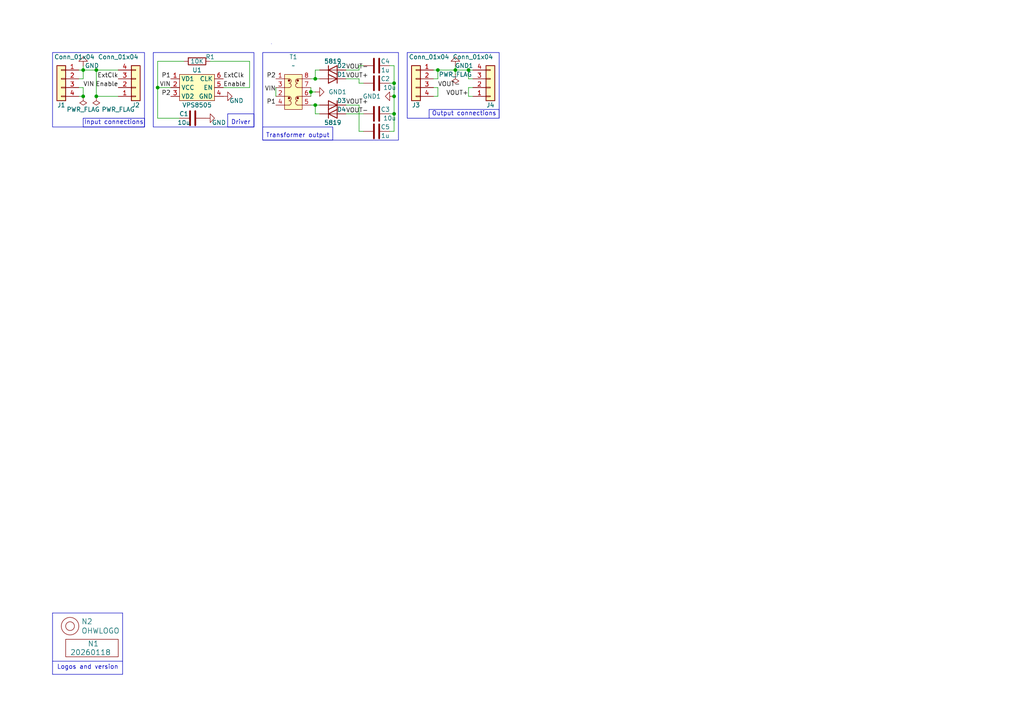
<source format=kicad_sch>
(kicad_sch (version 20250114) (generator "eeschema") (generator_version "9.0")
  (paper "A4")
  (lib_symbols
    (symbol "Connector_Generic:Conn_01x04" (pin_names (offset 1.016) (hide yes))
      (property "Reference" "J" (at 0 5.08 0))
      (property "Value" "Conn_01x04" (at 0 -7.62 0))
      (symbol "Conn_01x04_1_1"
        (rectangle (start -1.27 3.81) (end 1.27 -6.35) (stroke (width 0.254)) (fill (type background)))
        (rectangle (start -1.27 2.667) (end 0 2.413) (stroke (width 0.1524)))
        (rectangle (start -1.27 0.127) (end 0 -0.127) (stroke (width 0.1524)))
        (rectangle (start -1.27 -2.413) (end 0 -2.667) (stroke (width 0.1524)))
        (rectangle (start -1.27 -4.953) (end 0 -5.207) (stroke (width 0.1524)))
        (pin passive line (at -5.08 2.54 0) (length 3.81) (name "Pin_1") (number "1"))
        (pin passive line (at -5.08 0 0) (length 3.81) (name "Pin_2") (number "2"))
        (pin passive line (at -5.08 -2.54 0) (length 3.81) (name "Pin_3") (number "3"))
        (pin passive line (at -5.08 -5.08 0) (length 3.81) (name "Pin_4") (number "4"))
      )
    )
    (symbol "Device:C" (pin_numbers (hide yes)) (pin_names (offset 0.254))
      (property "Reference" "C" (at 0.635 2.54 0))
      (property "Value" "C" (at 0.635 -2.54 0))
      (symbol "C_0_1"
        (polyline (pts (xy -2.032 0.762) (xy 2.032 0.762)) (stroke (width 0.508)))
        (polyline (pts (xy -2.032 -0.762) (xy 2.032 -0.762)) (stroke (width 0.508)))
      )
      (symbol "C_1_1"
        (pin passive line (at 0 3.81 270) (length 2.794) (name "~") (number "1"))
        (pin passive line (at 0 -3.81 90) (length 2.794) (name "~") (number "2"))
      )
    )
    (symbol "Device:D" (pin_numbers (hide yes)) (pin_names (offset 1.016) (hide yes))
      (property "Reference" "D" (at 0 2.54 0))
      (property "Value" "D" (at 0 -2.54 0))
      (symbol "D_0_1"
        (polyline (pts (xy -1.27 1.27) (xy -1.27 -1.27)) (stroke (width 0.254)))
        (polyline (pts (xy 1.27 1.27) (xy 1.27 -1.27) (xy -1.27 0) (xy 1.27 1.27)) (stroke (width 0.254)))
        (polyline (pts (xy 1.27 0) (xy -1.27 0)))
      )
      (symbol "D_1_1"
        (pin passive line (at -3.81 0 0) (length 2.54) (name "K") (number "1"))
        (pin passive line (at 3.81 0 180) (length 2.54) (name "A") (number "2"))
      )
    )
    (symbol "Device:R" (pin_numbers (hide yes)) (pin_names (offset 0))
      (property "Reference" "R" (at 2.032 0 90))
      (property "Value" "R" (at 0 0 90))
      (symbol "R_0_1"
        (rectangle (start -1.016 -2.54) (end 1.016 2.54) (stroke (width 0.254)))
      )
      (symbol "R_1_1"
        (pin passive line (at 0 3.81 270) (length 1.27) (name "~") (number "1"))
        (pin passive line (at 0 -3.81 90) (length 1.27) (name "~") (number "2"))
      )
    )
    (symbol "SquantorLabels:OHWLOGO" (pin_names (offset 1.016))
      (property "Reference" "N" (at 0 3.81 0))
      (property "Value" "OHWLOGO" (at 0 -3.81 0))
      (symbol "OHWLOGO_0_1"
        (circle (center 0 0) (radius 1.27))
        (circle (center 0 0) (radius 2.54))
      )
    )
    (symbol "SquantorLabels:VYYYYMMDD" (pin_names (offset 1.016))
      (property "Reference" "N" (at 0 2.54 0))
      (property "Value" "VYYYYMMDD" (at 0 0 0))
      (symbol "VYYYYMMDD_0_1"
        (rectangle (start 7.62 -1.27) (end -7.62 3.81))
      )
    )
    (symbol "SquantorTransformer:PushPull_8pin" (pin_names (hide yes))
      (property "Reference" "T" (at 0 5.08 0))
      (symbol "PushPull_8pin_0_1"
        (polyline (pts (xy -2.54 -5.08) (xy -1.27 -5.08)))
        (polyline (pts (xy 2.54 -5.08) (xy 1.27 -5.08)))
      )
      (symbol "PushPull_8pin_1_1"
        (rectangle (start -2.54 3.81) (end 2.54 -6.35) (fill (type background)))
        (polyline (pts (xy -2.54 2.54) (xy -1.27 2.54)))
        (polyline (pts (xy -2.54 0) (xy -1.27 0)))
        (polyline (pts (xy -2.54 -2.54) (xy -1.27 -2.54)))
        (circle (center -1.27 2.032) (radius 0.254) (fill (type outline)))
        (arc (start -1.27 2.54) (mid -0.635 1.905) (end -1.27 1.27))
        (arc (start -1.27 1.27) (mid -0.635 0.635) (end -1.27 0))
        (circle (center -1.27 -3.048) (radius 0.254) (fill (type outline)))
        (arc (start -1.27 -2.54) (mid -0.635 -3.175) (end -1.27 -3.81))
        (arc (start -1.27 -3.81) (mid -0.635 -4.445) (end -1.27 -5.08))
        (circle (center 1.27 2.032) (radius 0.254) (fill (type outline)))
        (arc (start 1.27 1.27) (mid 0.635 1.905) (end 1.27 2.54))
        (arc (start 1.27 0) (mid 0.635 0.635) (end 1.27 1.27))
        (circle (center 1.27 -3.048) (radius 0.254) (fill (type outline)))
        (arc (start 1.27 -3.81) (mid 0.635 -3.175) (end 1.27 -2.54))
        (arc (start 1.27 -5.08) (mid 0.635 -4.445) (end 1.27 -3.81))
        (polyline (pts (xy 2.54 2.54) (xy 1.27 2.54)))
        (polyline (pts (xy 2.54 0) (xy 1.27 0)))
        (polyline (pts (xy 2.54 -2.54) (xy 1.27 -2.54)))
        (pin passive line (at -5.08 2.54 0) (length 2.54) (name "N1_1") (number "1"))
        (pin passive line (at -5.08 0 0) (length 2.54) (name "N1_2") (number "3"))
        (pin passive line (at -5.08 -2.54 0) (length 2.54) (name "N2_1") (number "2"))
        (pin passive line (at -5.08 -5.08 0) (length 2.54) (name "N2_2") (number "4"))
        (pin passive line (at 5.08 2.54 180) (length 2.54) (name "N4_!") (number "8"))
        (pin passive line (at 5.08 0 180) (length 2.54) (name "N4_2") (number "7"))
        (pin passive line (at 5.08 -2.54 180) (length 2.54) (name "N3_1") (number "6"))
        (pin passive line (at 5.08 -5.08 180) (length 2.54) (name "N3_2") (number "5"))
      )
    )
    (symbol "SquantorVPSC:VPS8505"
      (property "Reference" "U" (at 0 5.08 0))
      (symbol "VPS8505_1_1"
        (rectangle (start -5.08 3.81) (end 5.08 -3.81) (fill (type background)))
        (pin input line (at -7.62 2.54 0) (length 2.54) (name "VD1") (number "1"))
        (pin power_in line (at -7.62 0 0) (length 2.54) (name "VCC") (number "2"))
        (pin input line (at -7.62 -2.54 0) (length 2.54) (name "VD2") (number "3"))
        (pin input line (at 7.62 2.54 180) (length 2.54) (name "CLK") (number "6"))
        (pin input line (at 7.62 0 180) (length 2.54) (name "EN") (number "5"))
        (pin power_in line (at 7.62 -2.54 180) (length 2.54) (name "GND") (number "4"))
      )
    )
    (symbol "power:GND" (power) (pin_numbers (hide yes)) (pin_names (offset 0) (hide yes))
      (property "Value" "GND" (at 0 -3.81 0))
      (symbol "GND_0_1"
        (polyline (pts (xy 0 0) (xy 0 -1.27) (xy 1.27 -1.27) (xy 0 -2.54) (xy -1.27 -1.27) (xy 0 -1.27)))
      )
      (symbol "GND_1_1"
        (pin power_in line (at 0 0 270) (length 0) (name "~") (number "1"))
      )
    )
    (symbol "power:GND1" (power) (pin_numbers (hide yes)) (pin_names (offset 0) (hide yes))
      (property "Value" "GND1" (at 0 -3.81 0))
      (symbol "GND1_0_1"
        (polyline (pts (xy 0 0) (xy 0 -1.27) (xy 1.27 -1.27) (xy 0 -2.54) (xy -1.27 -1.27) (xy 0 -1.27)))
      )
      (symbol "GND1_1_1"
        (pin power_in line (at 0 0 270) (length 0) (name "~") (number "1"))
      )
    )
    (symbol "power:PWR_FLAG" (power) (pin_numbers (hide yes)) (pin_names (offset 0) (hide yes))
      (property "Value" "PWR_FLAG" (at 0 3.81 0))
      (symbol "PWR_FLAG_0_0"
        (pin power_out line (at 0 0 90) (length 0) (name "~") (number "1"))
      )
      (symbol "PWR_FLAG_0_1"
        (polyline (pts (xy 0 0) (xy 0 1.27) (xy -1.016 1.905) (xy 0 2.54) (xy 1.016 1.905) (xy 0 1.27)))
      )
    )
  )
  (rectangle (start 44.45 15.24) (end 73.66 36.83))
  (rectangle (start 24.13 34.29) (end 41.91 36.83))
  (rectangle (start 76.2 36.83) (end 96.52 40.64))
  (rectangle (start 66.04 33.02) (end 73.66 36.83))
  (rectangle (start 76.2 15.24) (end 115.57 40.64))
  (rectangle (start 124.46 31.75) (end 144.78 34.29))
  (rectangle (start 15.24 15.24) (end 41.91 36.83))
  (rectangle (start 78.74 12.7) (end 78.74 12.7))
  (rectangle (start 118.11 15.24) (end 144.78 34.29))
  (text "Output connections" (at 134.62 33.02 0) (effects (font (size 1.27 1.27))))
  (text "Driver" (at 69.85 35.56 0) (effects (font (size 1.27 1.27))))
  (text "Logos and version" (at 16.51 194.31 0) (effects (font (size 1.27 1.27)) (justify left bottom)))
  (text "Transformer output" (at 86.36 39.37 0) (effects (font (size 1.27 1.27))))
  (text "Input connections" (at 33.02 35.56 0) (effects (font (size 1.27 1.27))))
  (junction (at 27.94 20.32))
  (junction (at 90.17 26.67))
  (junction (at 27.94 27.94))
  (junction (at 24.13 27.94))
  (junction (at 114.3 24.13))
  (junction (at 135.89 20.32))
  (junction (at 114.3 33.02))
  (junction (at 127 20.32))
  (junction (at 91.44 22.86))
  (junction (at 132.08 20.32))
  (junction (at 91.44 30.48))
  (junction (at 114.3 27.94))
  (junction (at 24.13 20.32))
  (junction (at 45.72 25.4))
  (wire (pts (xy 104.14 24.13) (xy 105.41 24.13)))
  (wire (pts (xy 90.17 26.67) (xy 90.17 27.94)))
  (wire (pts (xy 45.72 25.4) (xy 45.72 17.78)))
  (wire (pts (xy 104.14 19.05) (xy 104.14 20.32)))
  (wire (pts (xy 52.07 34.29) (xy 45.72 34.29)))
  (wire (pts (xy 137.16 25.4) (xy 135.89 25.4)))
  (wire (pts (xy 113.03 38.1) (xy 114.3 38.1)))
  (wire (pts (xy 100.33 22.86) (xy 104.14 22.86)))
  (polyline (pts (xy 15.24 177.8) (xy 15.24 195.58)))
  (polyline (pts (xy 35.56 177.8) (xy 15.24 177.8)))
  (wire (pts (xy 135.89 27.94) (xy 137.16 27.94)))
  (wire (pts (xy 80.01 25.4) (xy 80.01 27.94)))
  (wire (pts (xy 127 25.4) (xy 127 27.94)))
  (wire (pts (xy 135.89 22.86) (xy 135.89 20.32)))
  (wire (pts (xy 90.17 25.4) (xy 90.17 26.67)))
  (wire (pts (xy 72.39 25.4) (xy 72.39 17.78)))
  (wire (pts (xy 90.17 22.86) (xy 91.44 22.86)))
  (wire (pts (xy 49.53 25.4) (xy 45.72 25.4)))
  (wire (pts (xy 114.3 24.13) (xy 114.3 27.94)))
  (wire (pts (xy 27.94 27.94) (xy 34.29 27.94)))
  (wire (pts (xy 105.41 19.05) (xy 104.14 19.05)))
  (wire (pts (xy 45.72 17.78) (xy 53.34 17.78)))
  (wire (pts (xy 104.14 38.1) (xy 105.41 38.1)))
  (wire (pts (xy 24.13 20.32) (xy 24.13 22.86)))
  (wire (pts (xy 113.03 19.05) (xy 114.3 19.05)))
  (wire (pts (xy 91.44 22.86) (xy 91.44 20.32)))
  (wire (pts (xy 91.44 22.86) (xy 92.71 22.86)))
  (wire (pts (xy 72.39 17.78) (xy 60.96 17.78)))
  (wire (pts (xy 100.33 33.02) (xy 105.41 33.02)))
  (wire (pts (xy 132.08 20.32) (xy 132.08 21.59)))
  (wire (pts (xy 125.73 20.32) (xy 127 20.32)))
  (wire (pts (xy 91.44 30.48) (xy 92.71 30.48)))
  (wire (pts (xy 27.94 20.32) (xy 27.94 27.94)))
  (wire (pts (xy 64.77 25.4) (xy 72.39 25.4)))
  (wire (pts (xy 22.86 20.32) (xy 24.13 20.32)))
  (wire (pts (xy 132.08 20.32) (xy 135.89 20.32)))
  (wire (pts (xy 113.03 24.13) (xy 114.3 24.13)))
  (wire (pts (xy 92.71 33.02) (xy 91.44 33.02)))
  (wire (pts (xy 137.16 22.86) (xy 135.89 22.86)))
  (wire (pts (xy 135.89 20.32) (xy 137.16 20.32)))
  (wire (pts (xy 114.3 27.94) (xy 114.3 33.02)))
  (wire (pts (xy 22.86 22.86) (xy 24.13 22.86)))
  (wire (pts (xy 113.03 33.02) (xy 114.3 33.02)))
  (wire (pts (xy 24.13 27.94) (xy 24.13 25.4)))
  (wire (pts (xy 24.13 19.05) (xy 24.13 20.32)))
  (wire (pts (xy 91.44 30.48) (xy 91.44 33.02)))
  (wire (pts (xy 24.13 20.32) (xy 27.94 20.32)))
  (wire (pts (xy 22.86 27.94) (xy 24.13 27.94)))
  (polyline (pts (xy 35.56 195.58) (xy 35.56 177.8)))
  (wire (pts (xy 45.72 34.29) (xy 45.72 25.4)))
  (polyline (pts (xy 15.24 195.58) (xy 35.56 195.58)))
  (wire (pts (xy 100.33 20.32) (xy 104.14 20.32)))
  (wire (pts (xy 114.3 19.05) (xy 114.3 24.13)))
  (wire (pts (xy 135.89 25.4) (xy 135.89 27.94)))
  (wire (pts (xy 90.17 26.67) (xy 91.44 26.67)))
  (wire (pts (xy 132.08 20.32) (xy 132.08 19.05)))
  (wire (pts (xy 125.73 27.94) (xy 127 27.94)))
  (wire (pts (xy 100.33 30.48) (xy 104.14 30.48)))
  (wire (pts (xy 104.14 30.48) (xy 104.14 38.1)))
  (wire (pts (xy 104.14 22.86) (xy 104.14 24.13)))
  (wire (pts (xy 125.73 25.4) (xy 127 25.4)))
  (wire (pts (xy 22.86 25.4) (xy 24.13 25.4)))
  (wire (pts (xy 127 20.32) (xy 132.08 20.32)))
  (wire (pts (xy 114.3 38.1) (xy 114.3 33.02)))
  (wire (pts (xy 90.17 30.48) (xy 91.44 30.48)))
  (polyline (pts (xy 15.24 191.77) (xy 35.56 191.77)))
  (wire (pts (xy 125.73 22.86) (xy 127 22.86)))
  (wire (pts (xy 91.44 20.32) (xy 92.71 20.32)))
  (wire (pts (xy 34.29 20.32) (xy 27.94 20.32)))
  (wire (pts (xy 127 22.86) (xy 127 20.32)))
  (label "ExtClk" (at 34.29 22.86 180))
  (label "VIN" (at 24.13 25.4 0))
  (label "P2" (at 80.01 22.86 180))
  (label "VIN" (at 49.53 25.4 180))
  (label "ExtClk" (at 64.77 22.86 0))
  (label "P1" (at 49.53 22.86 180))
  (label "P1" (at 80.01 30.48 180))
  (label "VOUT+" (at 135.89 27.94 180))
  (label "VIN" (at 80.01 26.67 180))
  (label "Enable" (at 64.77 25.4 0))
  (label "P2" (at 49.53 27.94 180))
  (label "VOUT-" (at 100.33 33.02 0))
  (label "VOUT+" (at 100.33 30.48 0))
  (label "VOUT+" (at 100.33 22.86 0))
  (label "VOUT-" (at 127 25.4 0))
  (label "Enable" (at 34.29 25.4 180))
  (label "VOUT-" (at 100.33 20.32 0))
  (symbol (lib_id "SquantorLabels:VYYYYMMDD") (at 26.67 189.23 0) (unit 1)
    (property "Reference" "N1" (at 25.4 186.69 0) (effects (font (size 1.524 1.524)) (justify left)))
    (property "Value" "20260118" (at 20.32 189.23 0) (effects (font (size 1.524 1.524)) (justify left)))
    (property "Footprint" "SquantorLabels:Label_Generic" (effects (hide yes)))
  )
  (symbol (lib_id "SquantorLabels:OHWLOGO") (at 20.32 181.61 0) (unit 1)
    (property "Reference" "N2" (at 23.5712 180.2638 0) (effects (font (size 1.524 1.524)) (justify left)))
    (property "Value" "OHWLOGO" (at 23.5712 182.9562 0) (effects (font (size 1.524 1.524)) (justify left)))
    (property "Footprint" "Symbol:OSHW-Symbol_6.7x6mm_SilkScreen" (effects (hide yes)))
  )
  (symbol (lib_id "power:GND") (at 64.77 27.94 90) (unit 1)
    (property "Reference" "#PWR03" (effects (hide yes)))
    (property "Value" "GND" (at 68.58 29.21 90))
    (property "Description" "Power symbol creates a global label with name \"GND\" , ground" (effects (hide yes)))
  )
  (symbol (lib_id "SquantorTransformer:PushPull_8pin") (at 85.09 25.4 0) (unit 1)
    (property "Reference" "T1" (at 85.09 16.51 0))
    (property "Value" "~" (at 85.09 19.05 0))
    (property "Footprint" "SquantorVPSC:T_2W_8pin_hand" (effects (hide yes)))
  )
  (symbol (lib_id "power:GND") (at 24.13 19.05 180) (unit 1)
    (property "Reference" "#PWR01" (effects (hide yes)))
    (property "Value" "GND" (at 26.67 19.05 0))
    (property "Description" "Power symbol creates a global label with name \"GND\" , ground" (effects (hide yes)))
  )
  (symbol (lib_id "Device:D") (at 96.52 22.86 180) (unit 1)
    (property "Reference" "D1" (at 99.06 21.59 0))
    (property "Value" "5819" (at 96.52 17.78 0))
    (property "Footprint" "SquantorDiodes:SOD-323HE-shikues" (effects (hide yes)))
    (property "Description" "Diode" (effects (hide yes)))
    (property "Sim.Device" "D" (effects (hide yes)))
    (property "Sim.Pins" "1=K 2=A" (effects (hide yes)))
  )
  (symbol (lib_id "Device:R") (at 57.15 17.78 90) (unit 1)
    (property "Reference" "R1" (at 60.96 16.51 90))
    (property "Value" "10K" (at 57.15 17.78 90))
    (property "Footprint" "SquantorResistor:R_0603_hand" (effects (hide yes)))
    (property "Description" "Resistor" (effects (hide yes)))
  )
  (symbol (lib_id "Connector_Generic:Conn_01x04") (at 142.24 25.4 0) (mirror x) (unit 1)
    (property "Reference" "J4" (at 142.24 30.48 0))
    (property "Value" "Conn_01x04" (at 137.16 16.51 0))
    (property "Footprint" "SquantorConnectors:Header-0254-1X04-H010" (effects (hide yes)))
    (property "Description" "Generic connector, single row, 01x04, script generated (kicad-library-utils/schlib/autogen/connector/)" (effects (hide yes)))
  )
  (symbol (lib_id "Connector_Generic:Conn_01x04") (at 120.65 22.86 0) (mirror y) (unit 1)
    (property "Reference" "J3" (at 120.65 30.48 0))
    (property "Value" "Conn_01x04" (at 124.46 16.51 0))
    (property "Footprint" "SquantorConnectors:Header-0254-1X04-H010" (effects (hide yes)))
    (property "Description" "Generic connector, single row, 01x04, script generated (kicad-library-utils/schlib/autogen/connector/)" (effects (hide yes)))
  )
  (symbol (lib_id "power:GND1") (at 91.44 26.67 90) (unit 1)
    (property "Reference" "#PWR04" (effects (hide yes)))
    (property "Value" "GND1" (at 95.25 26.6699 90) (effects (justify right)))
    (property "Description" "Power symbol creates a global label with name \"GND1\" , ground" (effects (hide yes)))
  )
  (symbol (lib_id "power:GND1") (at 132.08 19.05 0) (mirror x) (unit 1)
    (property "Reference" "#PWR06" (effects (hide yes)))
    (property "Value" "GND1" (at 134.62 19.05 0))
    (property "Description" "Power symbol creates a global label with name \"GND1\" , ground" (effects (hide yes)))
  )
  (symbol (lib_id "Device:D") (at 96.52 20.32 0) (unit 1)
    (property "Reference" "D2" (at 99.06 19.05 0))
    (property "Value" "5819" (at 96.52 17.78 0))
    (property "Footprint" "SquantorDiodes:SOD-323HE-shikues" (effects (hide yes)))
    (property "Description" "Diode" (effects (hide yes)))
    (property "Sim.Device" "D" (effects (hide yes)))
    (property "Sim.Pins" "1=K 2=A" (effects (hide yes)))
  )
  (symbol (lib_id "Device:D") (at 96.52 33.02 0) (unit 1)
    (property "Reference" "D4" (at 99.06 31.75 0))
    (property "Value" "5819" (at 96.52 35.56 0))
    (property "Footprint" "SquantorDiodes:SOD-323HE-shikues" (effects (hide yes)))
    (property "Description" "Diode" (effects (hide yes)))
    (property "Sim.Device" "D" (effects (hide yes)))
    (property "Sim.Pins" "1=K 2=A" (effects (hide yes)))
  )
  (symbol (lib_id "power:PWR_FLAG") (at 132.08 21.59 180) (unit 1)
    (property "Reference" "#FLG03" (effects (hide yes)))
    (property "Value" "PWR_FLAG" (at 132.08 21.59 0))
    (property "Description" "Special symbol for telling ERC where power comes from" (effects (hide yes)))
  )
  (symbol (lib_id "power:GND1") (at 114.3 27.94 270) (unit 1)
    (property "Reference" "#PWR05" (effects (hide yes)))
    (property "Value" "GND1" (at 110.49 27.9399 90) (effects (justify right)))
    (property "Description" "Power symbol creates a global label with name \"GND1\" , ground" (effects (hide yes)))
  )
  (symbol (lib_id "Device:C") (at 109.22 38.1 90) (unit 1)
    (property "Reference" "C5" (at 111.76 36.83 90))
    (property "Value" "1u" (at 111.76 39.37 90))
    (property "Footprint" "SquantorCapacitor:C_0603" (effects (hide yes)))
    (property "Description" "Unpolarized capacitor" (effects (hide yes)))
  )
  (symbol (lib_id "Device:C") (at 109.22 24.13 90) (unit 1)
    (property "Reference" "C2" (at 111.76 22.86 90))
    (property "Value" "10u" (at 113.03 25.4 90))
    (property "Footprint" "SquantorCapacitor:C_1206_0805" (effects (hide yes)))
    (property "Description" "Unpolarized capacitor" (effects (hide yes)))
  )
  (symbol (lib_id "Device:D") (at 96.52 30.48 180) (unit 1)
    (property "Reference" "D3" (at 99.06 29.21 0))
    (property "Value" "5819" (at 96.52 35.56 0))
    (property "Footprint" "SquantorDiodes:SOD-323HE-shikues" (effects (hide yes)))
    (property "Description" "Diode" (effects (hide yes)))
    (property "Sim.Device" "D" (effects (hide yes)))
    (property "Sim.Pins" "1=K 2=A" (effects (hide yes)))
  )
  (symbol (lib_id "SquantorVPSC:VPS8505") (at 57.15 25.4 0) (unit 1)
    (property "Reference" "U1" (at 57.15 20.32 0))
    (property "Value" "VPS8505" (at 57.15 30.48 0))
    (property "Footprint" "SquantorIC:SOT23-6-HAND" (effects (hide yes)))
  )
  (symbol (lib_id "power:PWR_FLAG") (at 27.94 27.94 180) (unit 1)
    (property "Reference" "#FLG01" (effects (hide yes)))
    (property "Value" "PWR_FLAG" (at 34.29 31.75 0))
    (property "Description" "Special symbol for telling ERC where power comes from" (effects (hide yes)))
  )
  (symbol (lib_id "Device:C") (at 109.22 33.02 90) (unit 1)
    (property "Reference" "C3" (at 111.76 31.75 90))
    (property "Value" "10u" (at 113.03 34.29 90))
    (property "Footprint" "SquantorCapacitor:C_1206_0805" (effects (hide yes)))
    (property "Description" "Unpolarized capacitor" (effects (hide yes)))
  )
  (symbol (lib_id "power:PWR_FLAG") (at 24.13 27.94 0) (mirror x) (unit 1)
    (property "Reference" "#FLG02" (effects (hide yes)))
    (property "Value" "PWR_FLAG" (at 24.13 31.75 0))
    (property "Description" "Special symbol for telling ERC where power comes from" (effects (hide yes)))
  )
  (symbol (lib_id "power:GND") (at 59.69 34.29 90) (unit 1)
    (property "Reference" "#PWR02" (effects (hide yes)))
    (property "Value" "GND" (at 63.5 35.56 90))
    (property "Description" "Power symbol creates a global label with name \"GND\" , ground" (effects (hide yes)))
  )
  (symbol (lib_id "Device:C") (at 109.22 19.05 90) (unit 1)
    (property "Reference" "C4" (at 111.76 17.78 90))
    (property "Value" "1u" (at 111.76 20.32 90))
    (property "Footprint" "SquantorCapacitor:C_0603" (effects (hide yes)))
    (property "Description" "Unpolarized capacitor" (effects (hide yes)))
  )
  (symbol (lib_id "Connector_Generic:Conn_01x04") (at 39.37 25.4 0) (mirror x) (unit 1)
    (property "Reference" "J2" (at 39.37 30.48 0))
    (property "Value" "Conn_01x04" (at 34.29 16.51 0))
    (property "Footprint" "SquantorConnectors:Header-0254-1X04-H010" (effects (hide yes)))
    (property "Description" "Generic connector, single row, 01x04, script generated (kicad-library-utils/schlib/autogen/connector/)" (effects (hide yes)))
  )
  (symbol (lib_id "Connector_Generic:Conn_01x04") (at 17.78 22.86 0) (mirror y) (unit 1)
    (property "Reference" "J1" (at 17.78 30.48 0))
    (property "Value" "Conn_01x04" (at 21.59 16.51 0))
    (property "Footprint" "SquantorConnectors:Header-0254-1X04-H010" (effects (hide yes)))
    (property "Description" "Generic connector, single row, 01x04, script generated (kicad-library-utils/schlib/autogen/connector/)" (effects (hide yes)))
  )
  (symbol (lib_id "Device:C") (at 55.88 34.29 270) (unit 1)
    (property "Reference" "C1" (at 53.34 33.02 90))
    (property "Value" "10u" (at 53.34 35.56 90))
    (property "Footprint" "SquantorCapacitor:C_1206_0805" (effects (hide yes)))
    (property "Description" "Unpolarized capacitor" (effects (hide yes)))
  )
)
</source>
